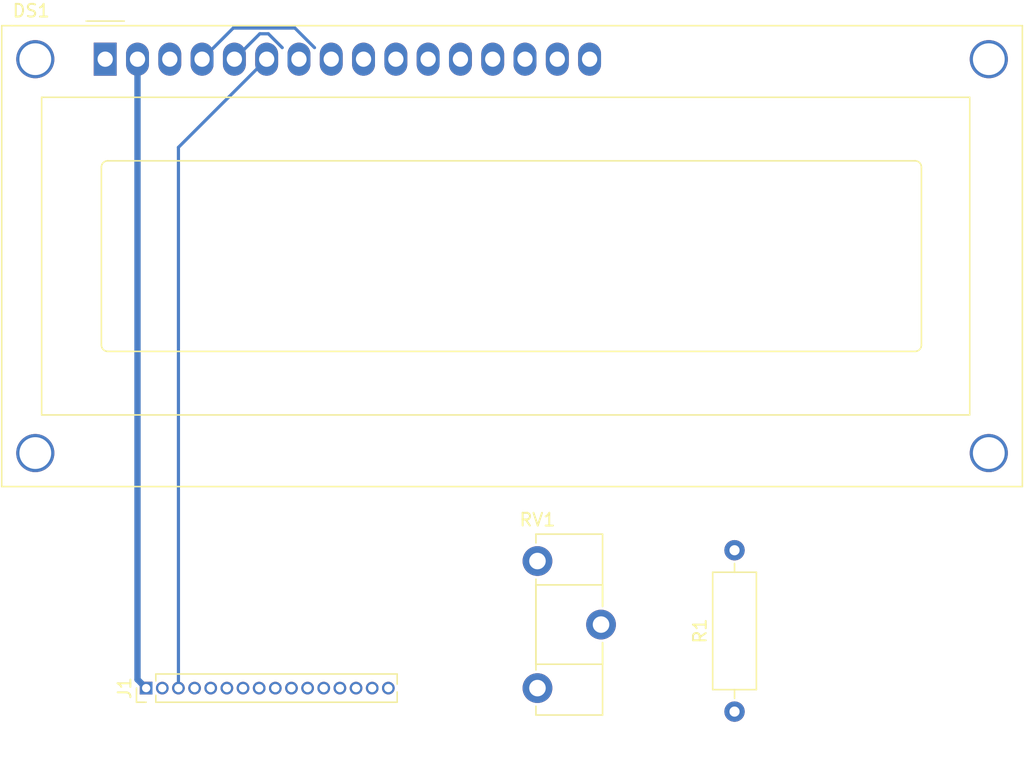
<source format=kicad_pcb>
(kicad_pcb (version 20211014) (generator pcbnew)
  (layers (0 "F.Cu" signal) (31 "B.Cu" signal) (34 "B.Paste" user) (35 "F.Paste" user) (36 "B.SilkS" user "B.Silkscreen") (37 "F.SilkS" user "F.Silkscreen") (38 "B.Mask" user) (39 "F.Mask" user) (44 "Edge.Cuts" user))
  (net 0 "")
  (net 1 "GND")
  (net 2 "Net-(RV1-Pad2)")
  (net 3 "+5V")
  (net 4 "Net-(J1-Pad5)")
  (net 5 "Net-(J1-Pad4)")
  (net 6 "Net-(J1-Pad3)")
  (net 7 "Net-(J1-Pad6)")
  (net 8 "Net-(J1-Pad7)")
  (net 9 "Net-(J1-Pad8)")
  (net 10 "Net-(J1-Pad9)")
  (net 11 "Net-(J1-Pad10)")
  (net 12 "Net-(J1-Pad11)")
  (net 13 "Net-(J1-Pad12)")
  (net 14 "Net-(J1-Pad13)")
  (net 15 "Net-(R1-Pad2)")
  (footprint "Display:WC1602A" (layer "F.Cu") (at 67 41.5)
    (fp_text reference "DS1" (at -5.82 -3.81) (layer "F.SilkS"))
    (fp_text value "WC1602A")
    (fp_line (start 64.2 8.5) (end 64.2 22.5) (layer "F.SilkS") (width 0.12))
    (fp_line (start -8.14 33.64) (end 72.14 33.64) (layer "F.SilkS") (width 0.12))
    (fp_line (start -0.29972 22.49932) (end -0.29972 8.5) (layer "F.SilkS") (width 0.12))
    (fp_line (start 68 3) (end 68 28) (layer "F.SilkS") (width 0.12))
    (fp_line (start -5 28) (end -5 3) (layer "F.SilkS") (width 0.12))
    (fp_line (start -8.14 -2.64) (end -8.14 33.64) (layer "F.SilkS") (width 0.12))
    (fp_line (start 63.70066 23) (end 0.2 23) (layer "F.SilkS") (width 0.12))
    (fp_line (start -8.13 -2.64) (end -7.34 -2.64) (layer "F.SilkS") (width 0.12))
    (fp_line (start -1.5 -3) (end 1.5 -3) (layer "F.SilkS") (width 0.12))
    (fp_line (start 72.14 33.64) (end 72.14 -2.64) (layer "F.SilkS") (width 0.12))
    (fp_line (start 0.2 8) (end 63.7 8) (layer "F.SilkS") (width 0.12))
    (fp_line (start 68 28) (end -5 28) (layer "F.SilkS") (width 0.12))
    (fp_line (start 72.14 -2.64) (end -7.34 -2.64) (layer "F.SilkS") (width 0.12))
    (fp_line (start -5 3) (end 68 3) (layer "F.SilkS") (width 0.12))
    (fp_arc (start 63.7 8) (mid 64.053553 8.146447) (end 64.2 8.5) (layer "F.SilkS") (width 0.12))
    (fp_arc (start 64.20104 22.49932) (mid 64.054473 22.853115) (end 63.70066 22.9997) (layer "F.SilkS") (width 0.12))
    (fp_arc (start -0.29972 8.49884) (mid -0.153162 8.145018) (end 0.20066 7.99846) (layer "F.SilkS") (width 0.12))
    (fp_arc (start 0.20066 22.9997) (mid -0.153162 22.853142) (end -0.29972 22.49932) (layer "F.SilkS") (width 0.12))
    (pad "" thru_hole circle (at -5.4991 31.0007) (size 3 3) (drill 2.5) (layers *.Cu *.Mask))
    (pad "" thru_hole circle (at -5.4991 0) (size 3 3) (drill 2.5) (layers *.Cu *.Mask))
    (pad "" thru_hole circle (at 69.5 0) (size 3 3) (drill 2.5) (layers *.Cu *.Mask))
    (pad "" thru_hole circle (at 69.49948 31.0007) (size 3 3) (drill 2.5) (layers *.Cu *.Mask))
    (pad "1" thru_hole rect (at 0 0) (size 1.8 2.6) (drill 1.2) (layers *.Cu *.Mask) (net 1 "GND"))
    (pad "2" thru_hole oval (at 2.54 0) (size 1.8 2.6) (drill 1.2) (layers *.Cu *.Mask) (net 3 "+5V"))
    (pad "3" thru_hole oval (at 5.08 0) (size 1.8 2.6) (drill 1.2) (layers *.Cu *.Mask) (net 2 "Net-(RV1-Pad2)"))
    (pad "4" thru_hole oval (at 7.62 0) (size 1.8 2.6) (drill 1.2) (layers *.Cu *.Mask) (net 4 "Net-(J1-Pad5)"))
    (pad "5" thru_hole oval (at 10.16 0) (size 1.8 2.6) (drill 1.2) (layers *.Cu *.Mask) (net 5 "Net-(J1-Pad4)"))
    (pad "6" thru_hole oval (at 12.7 0) (size 1.8 2.6) (drill 1.2) (layers *.Cu *.Mask) (net 6 "Net-(J1-Pad3)"))
    (pad "7" thru_hole oval (at 15.24 0) (size 1.8 2.6) (drill 1.2) (layers *.Cu *.Mask) (net 7 "Net-(J1-Pad6)"))
    (pad "8" thru_hole oval (at 17.78 0) (size 1.8 2.6) (drill 1.2) (layers *.Cu *.Mask) (net 8 "Net-(J1-Pad7)"))
    (pad "9" thru_hole oval (at 20.32 0) (size 1.8 2.6) (drill 1.2) (layers *.Cu *.Mask) (net 9 "Net-(J1-Pad8)"))
    (pad "10" thru_hole oval (at 22.86 0) (size 1.8 2.6) (drill 1.2) (layers *.Cu *.Mask) (net 10 "Net-(J1-Pad9)"))
    (pad "11" thru_hole oval (at 25.4 0) (size 1.8 2.6) (drill 1.2) (layers *.Cu *.Mask) (net 11 "Net-(J1-Pad10)"))
    (pad "12" thru_hole oval (at 27.94 0) (size 1.8 2.6) (drill 1.2) (layers *.Cu *.Mask) (net 12 "Net-(J1-Pad11)"))
    (pad "13" thru_hole oval (at 30.48 0) (size 1.8 2.6) (drill 1.2) (layers *.Cu *.Mask) (net 13 "Net-(J1-Pad12)"))
    (pad "14" thru_hole oval (at 33.02 0) (size 1.8 2.6) (drill 1.2) (layers *.Cu *.Mask) (net 14 "Net-(J1-Pad13)"))
    (pad "15" thru_hole oval (at 35.56 0) (size 1.8 2.6) (drill 1.2) (layers *.Cu *.Mask) (net 15 "Net-(R1-Pad2)"))
    (pad "16" thru_hole oval (at 38.1 0) (size 1.8 2.6) (drill 1.2) (layers *.Cu *.Mask) (net 1 "GND"))
  )
  (footprint "Connector_PinHeader_1.27mm:PinHeader_1x16_P1.27mm_Vertical" (layer "F.Cu") (at 70.22 91 90)
    (fp_text reference "J1" (at 0 -1.695 90) (layer "F.SilkS"))
    (fp_text value "Conn_01x16_Male")
    (fp_line (start -1.11 0.76) (end -1.11 19.745) (layer "F.SilkS") (width 0.12))
    (fp_line (start -1.11 19.745) (end -0.30753 19.745) (layer "F.SilkS") (width 0.12))
    (fp_line (start -1.11 -0.76) (end 0 -0.76) (layer "F.SilkS") (width 0.12))
    (fp_line (start 0.30753 19.745) (end 1.11 19.745) (layer "F.SilkS") (width 0.12))
    (fp_line (start -1.11 0) (end -1.11 -0.76) (layer "F.SilkS") (width 0.12))
    (fp_line (start -1.11 0.76) (end -0.563471 0.76) (layer "F.SilkS") (width 0.12))
    (fp_line (start 1.11 0.76) (end 1.11 19.745) (layer "F.SilkS") (width 0.12))
    (fp_line (start 0.563471 0.76) (end 1.11 0.76) (layer "F.SilkS") (width 0.12))
    (pad "1" thru_hole rect (at 0 0 90) (size 1 1) (drill 0.65) (layers *.Cu *.Mask) (net 3 "+5V"))
    (pad "2" thru_hole oval (at 0 1.27 90) (size 1 1) (drill 0.65) (layers *.Cu *.Mask) (net 1 "GND"))
    (pad "3" thru_hole oval (at 0 2.54 90) (size 1 1) (drill 0.65) (layers *.Cu *.Mask) (net 6 "Net-(J1-Pad3)"))
    (pad "4" thru_hole oval (at 0 3.81 90) (size 1 1) (drill 0.65) (layers *.Cu *.Mask) (net 5 "Net-(J1-Pad4)"))
    (pad "5" thru_hole oval (at 0 5.08 90) (size 1 1) (drill 0.65) (layers *.Cu *.Mask) (net 4 "Net-(J1-Pad5)"))
    (pad "6" thru_hole oval (at 0 6.35 90) (size 1 1) (drill 0.65) (layers *.Cu *.Mask) (net 7 "Net-(J1-Pad6)"))
    (pad "7" thru_hole oval (at 0 7.62 90) (size 1 1) (drill 0.65) (layers *.Cu *.Mask) (net 8 "Net-(J1-Pad7)"))
    (pad "8" thru_hole oval (at 0 8.89 90) (size 1 1) (drill 0.65) (layers *.Cu *.Mask) (net 9 "Net-(J1-Pad8)"))
    (pad "9" thru_hole oval (at 0 10.16 90) (size 1 1) (drill 0.65) (layers *.Cu *.Mask) (net 10 "Net-(J1-Pad9)"))
    (pad "10" thru_hole oval (at 0 11.43 90) (size 1 1) (drill 0.65) (layers *.Cu *.Mask) (net 11 "Net-(J1-Pad10)"))
    (pad "11" thru_hole oval (at 0 12.7 90) (size 1 1) (drill 0.65) (layers *.Cu *.Mask) (net 12 "Net-(J1-Pad11)"))
    (pad "12" thru_hole oval (at 0 13.97 90) (size 1 1) (drill 0.65) (layers *.Cu *.Mask) (net 13 "Net-(J1-Pad12)"))
    (pad "13" thru_hole oval (at 0 15.24 90) (size 1 1) (drill 0.65) (layers *.Cu *.Mask) (net 14 "Net-(J1-Pad13)"))
    (pad "14" thru_hole oval (at 0 16.51 90) (size 1 1) (drill 0.65) (layers *.Cu *.Mask) (net 1 "GND"))
    (pad "15" thru_hole oval (at 0 17.78 90) (size 1 1) (drill 0.65) (layers *.Cu *.Mask) (net 1 "GND"))
    (pad "16" thru_hole oval (at 0 19.05 90) (size 1 1) (drill 0.65) (layers *.Cu *.Mask) (net 1 "GND"))
  )
  (footprint "Potentiometer_THT:Potentiometer_ACP_CA14-H5_Horizontal" (layer "F.Cu") (at 101 81)
    (fp_text reference "RV1" (at 0 -3.25) (layer "F.SilkS"))
    (fp_text value "R_Potentiometer_Trim")
    (fp_line (start -0.121 12.12) (end 5.12 12.12) (layer "F.SilkS") (width 0.12))
    (fp_line (start -0.121 1.88) (end 5.12 1.88) (layer "F.SilkS") (width 0.12))
    (fp_line (start -0.121 -2.12) (end -0.121 -1.426) (layer "F.SilkS") (width 0.12))
    (fp_line (start 5.12 1.88) (end 5.12 3.575) (layer "F.SilkS") (width 0.12))
    (fp_line (start -0.121 1.88) (end -0.121 8.121) (layer "F.SilkS") (width 0.12))
    (fp_line (start -0.121 1.426) (end -0.121 8.575) (layer "F.SilkS") (width 0.12))
    (fp_line (start 5.12 6.425) (end 5.12 12.12) (layer "F.SilkS") (width 0.12))
    (fp_line (start 5.12 -2.12) (end 5.12 3.575) (layer "F.SilkS") (width 0.12))
    (fp_line (start -0.121 -2.12) (end 5.12 -2.12) (layer "F.SilkS") (width 0.12))
    (fp_line (start -0.121 11.425) (end -0.121 12.12) (layer "F.SilkS") (width 0.12))
    (fp_line (start 5.12 6.425) (end 5.12 8.121) (layer "F.SilkS") (width 0.12))
    (fp_line (start -0.121 8.121) (end 5.12 8.121) (layer "F.SilkS") (width 0.12))
    (pad "1" thru_hole circle (at 0 0) (size 2.34 2.34) (drill 1.3) (layers *.Cu *.Mask) (net 3 "+5V"))
    (pad "2" thru_hole circle (at 5 5) (size 2.34 2.34) (drill 1.3) (layers *.Cu *.Mask) (net 2 "Net-(RV1-Pad2)"))
    (pad "3" thru_hole circle (at 0 10) (size 2.34 2.34) (drill 1.3) (layers *.Cu *.Mask) (net 1 "GND"))
  )
  (footprint "Resistor_THT:R_Axial_DIN0309_L9.0mm_D3.2mm_P12.70mm_Horizontal" (layer "F.Cu") (at 116.5 92.85 90)
    (fp_text reference "R1" (at 6.35 -2.72 90) (layer "F.SilkS"))
    (fp_text value "330")
    (fp_line (start 1.73 1.72) (end 10.97 1.72) (layer "F.SilkS") (width 0.12))
    (fp_line (start 10.97 1.72) (end 10.97 -1.72) (layer "F.SilkS") (width 0.12))
    (fp_line (start 1.73 -1.72) (end 1.73 1.72) (layer "F.SilkS") (width 0.12))
    (fp_line (start 10.97 -1.72) (end 1.73 -1.72) (layer "F.SilkS") (width 0.12))
    (fp_line (start 11.66 0) (end 10.97 0) (layer "F.SilkS") (width 0.12))
    (fp_line (start 1.04 0) (end 1.73 0) (layer "F.SilkS") (width 0.12))
    (pad "1" thru_hole circle (at 0 0 90) (size 1.6 1.6) (drill 0.8) (layers *.Cu *.Mask) (net 3 "+5V"))
    (pad "2" thru_hole oval (at 12.7 0 90) (size 1.6 1.6) (drill 0.8) (layers *.Cu *.Mask) (net 15 "Net-(R1-Pad2)"))
  )
  (segment (start 69.54 90.32) (end 70.22 91) (width 0.5) (layer "B.Cu") (net 3))
  (segment (start 69.54 41.5) (end 69.54 90.32) (width 0.5) (layer "B.Cu") (net 3))
  (segment (start 81.922212 39.05048) (end 83.46452 40.592788) (width 0.25) (layer "B.Cu") (net 4))
  (segment (start 77.06952 39.05048) (end 81.922212 39.05048) (width 0.25) (layer "B.Cu") (net 4))
  (segment (start 74.62 41.5) (end 77.06952 39.05048) (width 0.25) (layer "B.Cu") (net 4))
  (segment (start 79.831732 39.5) (end 79.16 39.5) (width 0.25) (layer "B.Cu") (net 5))
  (segment (start 80.92452 40.592788) (end 79.831732 39.5) (width 0.25) (layer "B.Cu") (net 5))
  (segment (start 79.16 39.5) (end 77.16 41.5) (width 0.25) (layer "B.Cu") (net 5))
  (segment (start 72.76 91) (end 72.76 48.44) (width 0.25) (layer "B.Cu") (net 6))
  (segment (start 72.76 48.44) (end 79.7 41.5) (width 0.25) (layer "B.Cu") (net 6))
)
</source>
